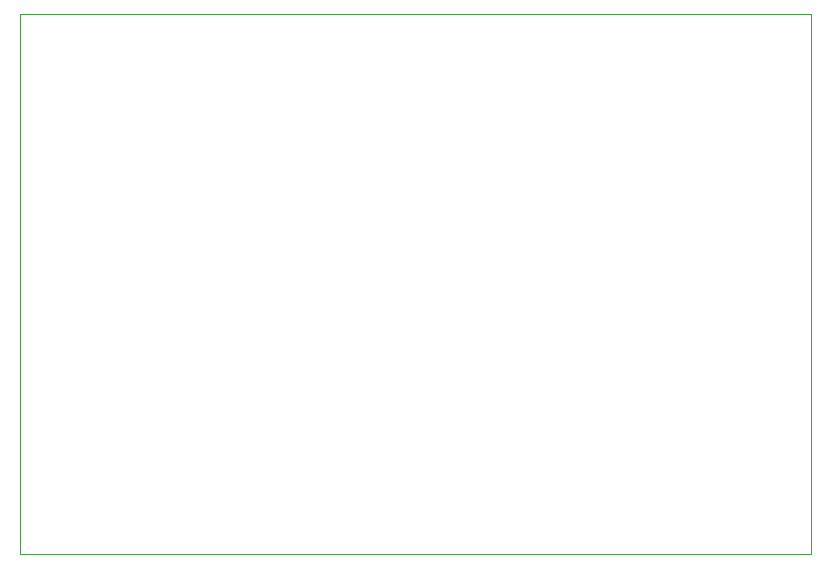
<source format=gbr>
G04 #@! TF.GenerationSoftware,KiCad,Pcbnew,(5.1.4)-1*
G04 #@! TF.CreationDate,2019-10-20T20:35:15-04:00*
G04 #@! TF.ProjectId,PB_16,50425f31-362e-46b6-9963-61645f706362,2*
G04 #@! TF.SameCoordinates,Original*
G04 #@! TF.FileFunction,Profile,NP*
%FSLAX46Y46*%
G04 Gerber Fmt 4.6, Leading zero omitted, Abs format (unit mm)*
G04 Created by KiCad (PCBNEW (5.1.4)-1) date 2019-10-20 20:35:15*
%MOMM*%
%LPD*%
G04 APERTURE LIST*
%ADD10C,0.050000*%
G04 APERTURE END LIST*
D10*
X270000000Y-109000000D02*
X203000000Y-109000000D01*
X270000000Y-154750000D02*
X270000000Y-109000000D01*
X203000000Y-154750000D02*
X270000000Y-154750000D01*
X203000000Y-109000000D02*
X203000000Y-154750000D01*
M02*

</source>
